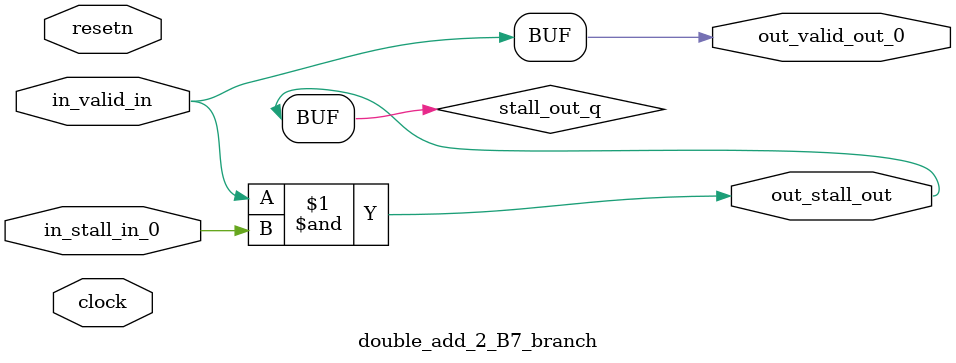
<source format=sv>



(* altera_attribute = "-name AUTO_SHIFT_REGISTER_RECOGNITION OFF; -name MESSAGE_DISABLE 10036; -name MESSAGE_DISABLE 10037; -name MESSAGE_DISABLE 14130; -name MESSAGE_DISABLE 14320; -name MESSAGE_DISABLE 15400; -name MESSAGE_DISABLE 14130; -name MESSAGE_DISABLE 10036; -name MESSAGE_DISABLE 12020; -name MESSAGE_DISABLE 12030; -name MESSAGE_DISABLE 12010; -name MESSAGE_DISABLE 12110; -name MESSAGE_DISABLE 14320; -name MESSAGE_DISABLE 13410; -name MESSAGE_DISABLE 113007; -name MESSAGE_DISABLE 10958" *)
module double_add_2_B7_branch (
    input wire [0:0] in_stall_in_0,
    input wire [0:0] in_valid_in,
    output wire [0:0] out_stall_out,
    output wire [0:0] out_valid_out_0,
    input wire clock,
    input wire resetn
    );

    wire [0:0] stall_out_q;


    // stall_out(LOGICAL,6)
    assign stall_out_q = in_valid_in & in_stall_in_0;

    // out_stall_out(GPOUT,4)
    assign out_stall_out = stall_out_q;

    // out_valid_out_0(GPOUT,5)
    assign out_valid_out_0 = in_valid_in;

endmodule

</source>
